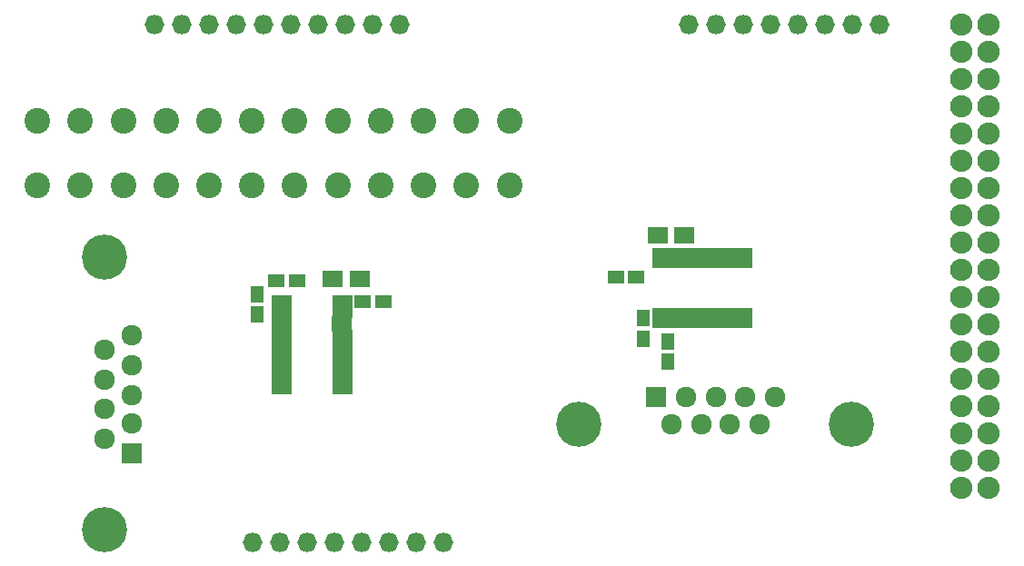
<source format=gts>
%FSLAX46Y46*%
G04 Gerber Fmt 4.6, Leading zero omitted, Abs format (unit mm)*
G04 Created by KiCad (PCBNEW (2014-10-27 BZR 5228)-product) date Fri 14 Nov 2014 06:43:38 PM PST*
%MOMM*%
G01*
G04 APERTURE LIST*
%ADD10C,0.100000*%
%ADD11O,1.822400X1.822400*%
%ADD12O,2.076400X2.076400*%
%ADD13R,1.600000X1.150000*%
%ADD14R,1.150000X1.600000*%
%ADD15R,1.900000X1.650000*%
%ADD16C,4.210000*%
%ADD17R,1.924000X1.924000*%
%ADD18C,1.924000*%
%ADD19R,1.870660X0.819100*%
%ADD20R,0.819100X1.870660*%
%ADD21C,2.398980*%
G04 APERTURE END LIST*
D10*
D11*
X116586000Y-80911700D03*
X119126000Y-80911700D03*
X121666000Y-80911700D03*
X124206000Y-80911700D03*
X126746000Y-80911700D03*
X129286000Y-80911700D03*
X131826000Y-80911700D03*
X134366000Y-80911700D03*
X136906000Y-80911700D03*
X139446000Y-80911700D03*
X184150000Y-80911700D03*
X181610000Y-80911700D03*
X179070000Y-80911700D03*
X176530000Y-80911700D03*
X173990000Y-80911700D03*
X171450000Y-80911700D03*
X168910000Y-80911700D03*
X166370000Y-80911700D03*
D12*
X191770000Y-80912000D03*
X194310000Y-80912000D03*
X191770000Y-83452000D03*
X194310000Y-83452000D03*
X191770000Y-85992000D03*
X194310000Y-85992000D03*
X191770000Y-88532000D03*
X194310000Y-88532000D03*
X191770000Y-91072000D03*
X194310000Y-91072000D03*
X191770000Y-93612000D03*
X194310000Y-93612000D03*
X191770000Y-96152000D03*
X194310000Y-96152000D03*
X191770000Y-98692000D03*
X194310000Y-98692000D03*
X191770000Y-101232000D03*
X194310000Y-101232000D03*
X191770000Y-103772000D03*
X194310000Y-103772000D03*
X191770000Y-106312000D03*
X194310000Y-106312000D03*
X191770000Y-108852000D03*
X194310000Y-108852000D03*
X191770000Y-111392000D03*
X194310000Y-111392000D03*
X191770000Y-113932000D03*
X194310000Y-113932000D03*
X191770000Y-116472000D03*
X194310000Y-116472000D03*
X191770000Y-119012000D03*
X194310000Y-119012000D03*
X191770000Y-121552000D03*
X194310000Y-121552000D03*
X191770000Y-124092000D03*
X194310000Y-124092000D03*
D11*
X125730000Y-129172000D03*
X128270000Y-129172000D03*
X130810000Y-129172000D03*
X133350000Y-129172000D03*
X135890000Y-129172000D03*
X138430000Y-129172000D03*
X140970000Y-129172000D03*
X143510000Y-129172000D03*
D13*
X129855000Y-104800000D03*
X127955000Y-104800000D03*
X159578000Y-104394000D03*
X161478000Y-104394000D03*
D14*
X126187000Y-107935000D03*
X126187000Y-106035000D03*
D15*
X165969000Y-100559000D03*
X163469000Y-100559000D03*
D14*
X164440000Y-110429000D03*
X164440000Y-112329000D03*
D15*
X133218000Y-104597000D03*
X135718000Y-104597000D03*
D13*
X137907000Y-106731000D03*
X136007000Y-106731000D03*
D14*
X162154000Y-110170000D03*
X162154000Y-108270000D03*
D16*
X111912000Y-102591000D03*
X111912000Y-127991000D03*
D17*
X114452000Y-120879000D03*
D18*
X114452000Y-118085000D03*
X114452000Y-115418000D03*
X114452000Y-112624000D03*
X114452000Y-109830000D03*
X111912000Y-119482000D03*
X111912000Y-116688000D03*
X111912000Y-114021000D03*
X111912000Y-111227000D03*
D16*
X156083000Y-118110000D03*
X181483000Y-118110000D03*
D17*
X163322000Y-115570000D03*
D18*
X166116000Y-115570000D03*
X168910000Y-115570000D03*
X171577000Y-115570000D03*
X174371000Y-115570000D03*
X172974000Y-118110000D03*
X170180000Y-118110000D03*
X167513000Y-118110000D03*
X164719000Y-118110000D03*
D19*
X128467920Y-110418880D03*
X128467920Y-111069120D03*
X128467920Y-111719360D03*
X128467920Y-112369600D03*
X134061000Y-108478320D03*
X128467920Y-108468160D03*
X128467920Y-109118400D03*
X128467920Y-109768640D03*
X134066080Y-113019840D03*
X134066080Y-112369600D03*
X134066080Y-111719360D03*
X134066080Y-111069120D03*
X134066080Y-110418880D03*
X134066080Y-109768640D03*
X128467920Y-113019840D03*
X134061000Y-109118400D03*
X128467920Y-107817920D03*
X128467920Y-113670080D03*
X134066080Y-113670080D03*
X134066080Y-107817920D03*
X128467920Y-107170220D03*
X128467920Y-114317780D03*
X134066080Y-114317780D03*
X134066080Y-107170220D03*
X128467920Y-106519980D03*
X128467920Y-114968020D03*
X134066080Y-114968020D03*
X134066080Y-106519980D03*
D20*
X167314880Y-108209080D03*
X167965120Y-108209080D03*
X168615360Y-108209080D03*
X169265600Y-108209080D03*
X165374320Y-102616000D03*
X165364160Y-108209080D03*
X166014400Y-108209080D03*
X166664640Y-108209080D03*
X169915840Y-102610920D03*
X169265600Y-102610920D03*
X168615360Y-102610920D03*
X167965120Y-102610920D03*
X167314880Y-102610920D03*
X166664640Y-102610920D03*
X169915840Y-108209080D03*
X166014400Y-102616000D03*
X164713920Y-108209080D03*
X170566080Y-108209080D03*
X170566080Y-102610920D03*
X164713920Y-102610920D03*
X164066220Y-108209080D03*
X171213780Y-108209080D03*
X171213780Y-102610920D03*
X164066220Y-102610920D03*
X163415980Y-108209080D03*
X171864020Y-108209080D03*
X171864020Y-102610920D03*
X163415980Y-102610920D03*
D21*
X149658940Y-95862140D03*
X149658940Y-89862660D03*
X145658440Y-95862140D03*
X145658440Y-89862660D03*
X141657940Y-95862140D03*
X141657940Y-89862660D03*
X137659980Y-95862140D03*
X137659980Y-89862660D03*
X133659480Y-95862140D03*
X133659480Y-89862660D03*
X129658980Y-95862140D03*
X129658980Y-89862660D03*
X125661020Y-95862140D03*
X125661020Y-89862660D03*
X121660520Y-95862140D03*
X121660520Y-89862660D03*
X117660020Y-95862140D03*
X117660020Y-89862660D03*
X113662060Y-95862140D03*
X113662060Y-89862660D03*
X109661560Y-95862140D03*
X109661560Y-89862660D03*
X105661060Y-95862140D03*
X105661060Y-89862660D03*
M02*

</source>
